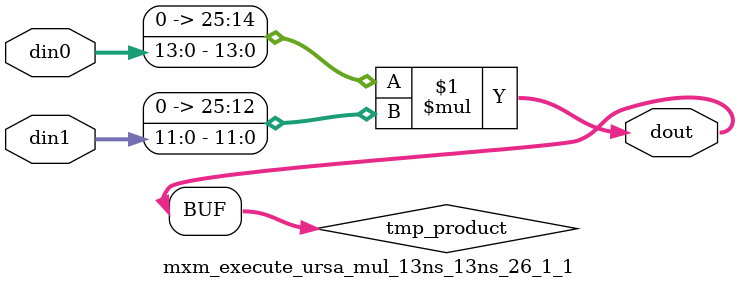
<source format=v>

`timescale 1 ns / 1 ps

  module mxm_execute_ursa_mul_13ns_13ns_26_1_1(din0, din1, dout);
parameter ID = 1;
parameter NUM_STAGE = 0;
parameter din0_WIDTH = 14;
parameter din1_WIDTH = 12;
parameter dout_WIDTH = 26;

input [din0_WIDTH - 1 : 0] din0; 
input [din1_WIDTH - 1 : 0] din1; 
output [dout_WIDTH - 1 : 0] dout;

wire signed [dout_WIDTH - 1 : 0] tmp_product;










assign tmp_product = $signed({1'b0, din0}) * $signed({1'b0, din1});











assign dout = tmp_product;







endmodule

</source>
